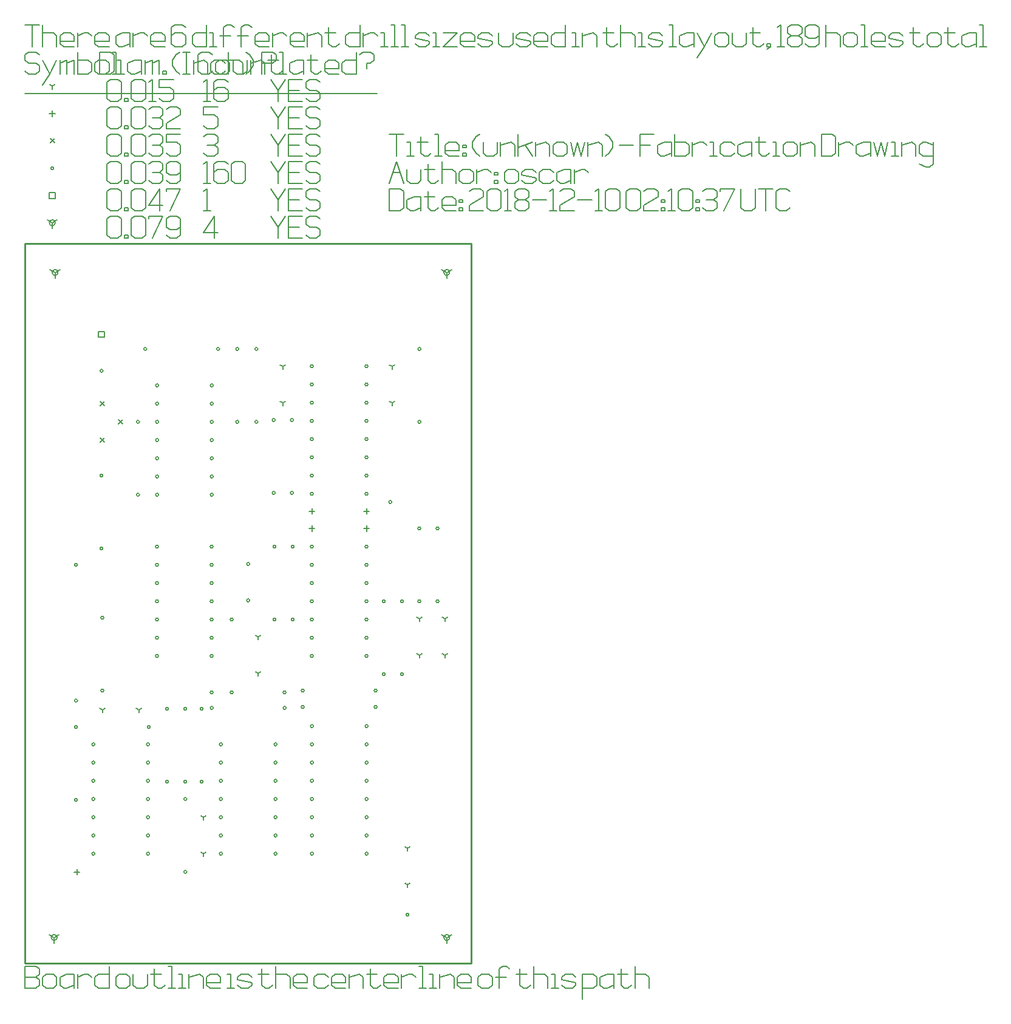
<source format=gbr>
G04 start of page 11 for group -1 layer_idx 268435461 *
G04 Title: (unknown), <virtual group> *
G04 Creator: pcb-rnd 2.1.0 *
G04 CreationDate: 2018-12-10 02:10:37 UTC *
G04 For: oscar *
G04 Format: Gerber/RS-274X *
G04 PCB-Dimensions: 244800 394800 *
G04 PCB-Coordinate-Origin: lower left *
%MOIN*%
%FSLAX25Y25*%
%LNFAB*%
%ADD255C,0.0100*%
%ADD254C,0.0060*%
%ADD253C,0.0080*%
G54D253*X16500Y378800D02*Y375600D01*
Y378800D02*X19273Y380400D01*
X16500Y378800D02*X13727Y380400D01*
X14900Y378800D02*G75*G03X18100Y378800I1600J0D01*G01*
G75*G03X14900Y378800I-1600J0D01*G01*
X231500D02*Y375600D01*
Y378800D02*X234273Y380400D01*
X231500Y378800D02*X228727Y380400D01*
X229900Y378800D02*G75*G03X233100Y378800I1600J0D01*G01*
G75*G03X229900Y378800I-1600J0D01*G01*
X231500Y13800D02*Y10600D01*
Y13800D02*X234273Y15400D01*
X231500Y13800D02*X228727Y15400D01*
X229900Y13800D02*G75*G03X233100Y13800I1600J0D01*G01*
G75*G03X229900Y13800I-1600J0D01*G01*
X16000D02*Y10600D01*
Y13800D02*X18773Y15400D01*
X16000Y13800D02*X13227Y15400D01*
X14400Y13800D02*G75*G03X17600Y13800I1600J0D01*G01*
G75*G03X14400Y13800I-1600J0D01*G01*
X15000Y406050D02*Y402850D01*
Y406050D02*X17773Y407650D01*
X15000Y406050D02*X12227Y407650D01*
X13400Y406050D02*G75*G03X16600Y406050I1600J0D01*G01*
G75*G03X13400Y406050I-1600J0D01*G01*
G54D254*X135000Y409800D02*X138900Y403800D01*
X142800Y409800D01*
X138900Y403800D01*
Y397800D01*
X152400Y409800D02*X144600D01*
Y403800D01*
X150450D01*
X144600D01*
Y397800D01*
X152400D01*
X154200Y399300D02*X156150Y397800D01*
X160050D01*
X162000Y399300D01*
Y402300D01*
X160050Y403800D01*
X156150D01*
X154200Y405300D01*
Y408300D01*
X156150Y409800D01*
X160050D01*
X162000Y408300D01*
X103850Y397800D02*Y409800D01*
X98000Y400800D01*
X105800D01*
X46950Y397800D02*X45000Y399300D01*
Y408300D01*
X46950Y409800D01*
X50850D01*
X52800Y408300D01*
Y399300D01*
X50850Y397800D01*
X46950D01*
X54600D02*Y399300D01*
X56550D01*
Y397800D01*
X54600D01*
X60300D02*X58350Y399300D01*
Y408300D01*
X60300Y409800D01*
X64200D01*
X66150Y408300D01*
Y399300D01*
X64200Y397800D01*
X60300D01*
X67950Y408300D02*Y409800D01*
X75750D01*
X69900Y397800D01*
X77550Y399300D02*X79500Y397800D01*
X83400D01*
X85350Y399300D01*
Y408300D01*
X83400Y409800D01*
X79500D01*
X77550Y408300D01*
Y403800D01*
X79500Y402300D01*
X83400D01*
X85350Y403800D01*
X40400Y346400D02*X43600D01*
X40400D02*Y343200D01*
X43600D01*
Y346400D02*Y343200D01*
X13400Y422650D02*X16600D01*
X13400D02*Y419450D01*
X16600D01*
Y422650D02*Y419450D01*
X135000Y424800D02*X138900Y418800D01*
X142800Y424800D01*
X138900Y418800D01*
Y412800D01*
X152400Y424800D02*X144600D01*
Y418800D01*
X150450D01*
X144600D01*
Y412800D01*
X152400D01*
X154200Y414300D02*X156150Y412800D01*
X160050D01*
X162000Y414300D01*
Y417300D01*
X160050Y418800D01*
X156150D01*
X154200Y420300D01*
Y423300D01*
X156150Y424800D01*
X160050D01*
X162000Y423300D01*
X98000D02*X99950Y424800D01*
Y412800D01*
X98000D01*
X101900D01*
X46950D02*X45000Y414300D01*
Y423300D01*
X46950Y424800D01*
X50850D01*
X52800Y423300D01*
Y414300D01*
X50850Y412800D01*
X46950D01*
X54600D02*Y414300D01*
X56550D01*
Y412800D01*
X54600D01*
X60300D02*X58350Y414300D01*
Y423300D01*
X60300Y424800D01*
X64200D01*
X66150Y423300D01*
Y414300D01*
X64200Y412800D01*
X60300D01*
X73800D02*Y424800D01*
X67950Y415800D01*
X75750D01*
X77550Y423300D02*Y424800D01*
X85350D01*
X79500Y412800D01*
X41700Y149300D02*G75*G03X43300Y149300I800J0D01*G01*
G75*G03X41700Y149300I-800J0D01*G01*
Y189300D02*G75*G03X43300Y189300I800J0D01*G01*
G75*G03X41700Y189300I-800J0D01*G01*
X36700Y119800D02*G75*G03X38300Y119800I800J0D01*G01*
G75*G03X36700Y119800I-800J0D01*G01*
Y109800D02*G75*G03X38300Y109800I800J0D01*G01*
G75*G03X36700Y109800I-800J0D01*G01*
Y99800D02*G75*G03X38300Y99800I800J0D01*G01*
G75*G03X36700Y99800I-800J0D01*G01*
Y89800D02*G75*G03X38300Y89800I800J0D01*G01*
G75*G03X36700Y89800I-800J0D01*G01*
X27200Y129300D02*G75*G03X28800Y129300I800J0D01*G01*
G75*G03X27200Y129300I-800J0D01*G01*
X41200Y267300D02*G75*G03X42800Y267300I800J0D01*G01*
G75*G03X41200Y267300I-800J0D01*G01*
Y227300D02*G75*G03X42800Y227300I800J0D01*G01*
G75*G03X41200Y227300I-800J0D01*G01*
X66700Y119800D02*G75*G03X68300Y119800I800J0D01*G01*
G75*G03X66700Y119800I-800J0D01*G01*
Y109800D02*G75*G03X68300Y109800I800J0D01*G01*
G75*G03X66700Y109800I-800J0D01*G01*
Y99800D02*G75*G03X68300Y99800I800J0D01*G01*
G75*G03X66700Y99800I-800J0D01*G01*
X67200Y129300D02*G75*G03X68800Y129300I800J0D01*G01*
G75*G03X67200Y129300I-800J0D01*G01*
X106700Y119800D02*G75*G03X108300Y119800I800J0D01*G01*
G75*G03X106700Y119800I-800J0D01*G01*
X136700D02*G75*G03X138300Y119800I800J0D01*G01*
G75*G03X136700Y119800I-800J0D01*G01*
X106700Y109800D02*G75*G03X108300Y109800I800J0D01*G01*
G75*G03X106700Y109800I-800J0D01*G01*
X136700D02*G75*G03X138300Y109800I800J0D01*G01*
G75*G03X136700Y109800I-800J0D01*G01*
X106700Y99800D02*G75*G03X108300Y99800I800J0D01*G01*
G75*G03X106700Y99800I-800J0D01*G01*
X101700Y139800D02*G75*G03X103300Y139800I800J0D01*G01*
G75*G03X101700Y139800I-800J0D01*G01*
Y148300D02*G75*G03X103300Y148300I800J0D01*G01*
G75*G03X101700Y148300I-800J0D01*G01*
X87200Y139300D02*G75*G03X88800Y139300I800J0D01*G01*
G75*G03X87200Y139300I-800J0D01*G01*
X77200D02*G75*G03X78800Y139300I800J0D01*G01*
G75*G03X77200Y139300I-800J0D01*G01*
X96200D02*G75*G03X97800Y139300I800J0D01*G01*
G75*G03X96200Y139300I-800J0D01*G01*
X115700Y336800D02*G75*G03X117300Y336800I800J0D01*G01*
G75*G03X115700Y336800I-800J0D01*G01*
X126200D02*G75*G03X127800Y336800I800J0D01*G01*
G75*G03X126200Y336800I-800J0D01*G01*
X115700Y296800D02*G75*G03X117300Y296800I800J0D01*G01*
G75*G03X115700Y296800I-800J0D01*G01*
X126200D02*G75*G03X127800Y296800I800J0D01*G01*
G75*G03X126200Y296800I-800J0D01*G01*
X135700Y297800D02*G75*G03X137300Y297800I800J0D01*G01*
G75*G03X135700Y297800I-800J0D01*G01*
X145700D02*G75*G03X147300Y297800I800J0D01*G01*
G75*G03X145700Y297800I-800J0D01*G01*
X136700Y99800D02*G75*G03X138300Y99800I800J0D01*G01*
G75*G03X136700Y99800I-800J0D01*G01*
X141700Y139800D02*G75*G03X143300Y139800I800J0D01*G01*
G75*G03X141700Y139800I-800J0D01*G01*
Y148300D02*G75*G03X143300Y148300I800J0D01*G01*
G75*G03X141700Y148300I-800J0D01*G01*
X136200Y188300D02*G75*G03X137800Y188300I800J0D01*G01*
G75*G03X136200Y188300I-800J0D01*G01*
X112700Y148300D02*G75*G03X114300Y148300I800J0D01*G01*
G75*G03X112700Y148300I-800J0D01*G01*
X136200Y228300D02*G75*G03X137800Y228300I800J0D01*G01*
G75*G03X136200Y228300I-800J0D01*G01*
X135700Y257800D02*G75*G03X137300Y257800I800J0D01*G01*
G75*G03X135700Y257800I-800J0D01*G01*
X145700D02*G75*G03X147300Y257800I800J0D01*G01*
G75*G03X145700Y257800I-800J0D01*G01*
X146200Y188300D02*G75*G03X147800Y188300I800J0D01*G01*
G75*G03X146200Y188300I-800J0D01*G01*
X112700D02*G75*G03X114300Y188300I800J0D01*G01*
G75*G03X112700Y188300I-800J0D01*G01*
X146200Y228300D02*G75*G03X147800Y228300I800J0D01*G01*
G75*G03X146200Y228300I-800J0D01*G01*
X156700D02*G75*G03X158300Y228300I800J0D01*G01*
G75*G03X156700Y228300I-800J0D01*G01*
Y218300D02*G75*G03X158300Y218300I800J0D01*G01*
G75*G03X156700Y218300I-800J0D01*G01*
Y208300D02*G75*G03X158300Y208300I800J0D01*G01*
G75*G03X156700Y208300I-800J0D01*G01*
Y198300D02*G75*G03X158300Y198300I800J0D01*G01*
G75*G03X156700Y198300I-800J0D01*G01*
Y188300D02*G75*G03X158300Y188300I800J0D01*G01*
G75*G03X156700Y188300I-800J0D01*G01*
Y178300D02*G75*G03X158300Y178300I800J0D01*G01*
G75*G03X156700Y178300I-800J0D01*G01*
Y168300D02*G75*G03X158300Y168300I800J0D01*G01*
G75*G03X156700Y168300I-800J0D01*G01*
Y129800D02*G75*G03X158300Y129800I800J0D01*G01*
G75*G03X156700Y129800I-800J0D01*G01*
Y119800D02*G75*G03X158300Y119800I800J0D01*G01*
G75*G03X156700Y119800I-800J0D01*G01*
Y109800D02*G75*G03X158300Y109800I800J0D01*G01*
G75*G03X156700Y109800I-800J0D01*G01*
Y99800D02*G75*G03X158300Y99800I800J0D01*G01*
G75*G03X156700Y99800I-800J0D01*G01*
X151700Y149300D02*G75*G03X153300Y149300I800J0D01*G01*
G75*G03X151700Y149300I-800J0D01*G01*
Y140300D02*G75*G03X153300Y140300I800J0D01*G01*
G75*G03X151700Y140300I-800J0D01*G01*
X156700Y327300D02*G75*G03X158300Y327300I800J0D01*G01*
G75*G03X156700Y327300I-800J0D01*G01*
Y317300D02*G75*G03X158300Y317300I800J0D01*G01*
G75*G03X156700Y317300I-800J0D01*G01*
Y307300D02*G75*G03X158300Y307300I800J0D01*G01*
G75*G03X156700Y307300I-800J0D01*G01*
Y297300D02*G75*G03X158300Y297300I800J0D01*G01*
G75*G03X156700Y297300I-800J0D01*G01*
Y287300D02*G75*G03X158300Y287300I800J0D01*G01*
G75*G03X156700Y287300I-800J0D01*G01*
Y277300D02*G75*G03X158300Y277300I800J0D01*G01*
G75*G03X156700Y277300I-800J0D01*G01*
Y267300D02*G75*G03X158300Y267300I800J0D01*G01*
G75*G03X156700Y267300I-800J0D01*G01*
Y257300D02*G75*G03X158300Y257300I800J0D01*G01*
G75*G03X156700Y257300I-800J0D01*G01*
X186700Y228300D02*G75*G03X188300Y228300I800J0D01*G01*
G75*G03X186700Y228300I-800J0D01*G01*
Y218300D02*G75*G03X188300Y218300I800J0D01*G01*
G75*G03X186700Y218300I-800J0D01*G01*
Y208300D02*G75*G03X188300Y208300I800J0D01*G01*
G75*G03X186700Y208300I-800J0D01*G01*
X196200Y198300D02*G75*G03X197800Y198300I800J0D01*G01*
G75*G03X196200Y198300I-800J0D01*G01*
Y158300D02*G75*G03X197800Y158300I800J0D01*G01*
G75*G03X196200Y158300I-800J0D01*G01*
X206200Y198300D02*G75*G03X207800Y198300I800J0D01*G01*
G75*G03X206200Y198300I-800J0D01*G01*
Y158300D02*G75*G03X207800Y158300I800J0D01*G01*
G75*G03X206200Y158300I-800J0D01*G01*
X191700Y149300D02*G75*G03X193300Y149300I800J0D01*G01*
G75*G03X191700Y149300I-800J0D01*G01*
Y140300D02*G75*G03X193300Y140300I800J0D01*G01*
G75*G03X191700Y140300I-800J0D01*G01*
X215700Y198300D02*G75*G03X217300Y198300I800J0D01*G01*
G75*G03X215700Y198300I-800J0D01*G01*
Y238300D02*G75*G03X217300Y238300I800J0D01*G01*
G75*G03X215700Y238300I-800J0D01*G01*
X225700Y198300D02*G75*G03X227300Y198300I800J0D01*G01*
G75*G03X225700Y198300I-800J0D01*G01*
Y238300D02*G75*G03X227300Y238300I800J0D01*G01*
G75*G03X225700Y238300I-800J0D01*G01*
X186700Y198300D02*G75*G03X188300Y198300I800J0D01*G01*
G75*G03X186700Y198300I-800J0D01*G01*
Y188300D02*G75*G03X188300Y188300I800J0D01*G01*
G75*G03X186700Y188300I-800J0D01*G01*
Y178300D02*G75*G03X188300Y178300I800J0D01*G01*
G75*G03X186700Y178300I-800J0D01*G01*
Y168300D02*G75*G03X188300Y168300I800J0D01*G01*
G75*G03X186700Y168300I-800J0D01*G01*
Y129800D02*G75*G03X188300Y129800I800J0D01*G01*
G75*G03X186700Y129800I-800J0D01*G01*
Y119800D02*G75*G03X188300Y119800I800J0D01*G01*
G75*G03X186700Y119800I-800J0D01*G01*
Y109800D02*G75*G03X188300Y109800I800J0D01*G01*
G75*G03X186700Y109800I-800J0D01*G01*
Y99800D02*G75*G03X188300Y99800I800J0D01*G01*
G75*G03X186700Y99800I-800J0D01*G01*
Y327300D02*G75*G03X188300Y327300I800J0D01*G01*
G75*G03X186700Y327300I-800J0D01*G01*
X215700Y336800D02*G75*G03X217300Y336800I800J0D01*G01*
G75*G03X215700Y336800I-800J0D01*G01*
X186700Y317300D02*G75*G03X188300Y317300I800J0D01*G01*
G75*G03X186700Y317300I-800J0D01*G01*
Y307300D02*G75*G03X188300Y307300I800J0D01*G01*
G75*G03X186700Y307300I-800J0D01*G01*
X215700Y296800D02*G75*G03X217300Y296800I800J0D01*G01*
G75*G03X215700Y296800I-800J0D01*G01*
X186700Y297300D02*G75*G03X188300Y297300I800J0D01*G01*
G75*G03X186700Y297300I-800J0D01*G01*
Y287300D02*G75*G03X188300Y287300I800J0D01*G01*
G75*G03X186700Y287300I-800J0D01*G01*
Y277300D02*G75*G03X188300Y277300I800J0D01*G01*
G75*G03X186700Y277300I-800J0D01*G01*
Y267300D02*G75*G03X188300Y267300I800J0D01*G01*
G75*G03X186700Y267300I-800J0D01*G01*
Y257300D02*G75*G03X188300Y257300I800J0D01*G01*
G75*G03X186700Y257300I-800J0D01*G01*
X66700Y89800D02*G75*G03X68300Y89800I800J0D01*G01*
G75*G03X66700Y89800I-800J0D01*G01*
X87200D02*G75*G03X88800Y89800I800J0D01*G01*
G75*G03X87200Y89800I-800J0D01*G01*
X106700D02*G75*G03X108300Y89800I800J0D01*G01*
G75*G03X106700Y89800I-800J0D01*G01*
Y79800D02*G75*G03X108300Y79800I800J0D01*G01*
G75*G03X106700Y79800I-800J0D01*G01*
Y69800D02*G75*G03X108300Y69800I800J0D01*G01*
G75*G03X106700Y69800I-800J0D01*G01*
X136700Y89800D02*G75*G03X138300Y89800I800J0D01*G01*
G75*G03X136700Y89800I-800J0D01*G01*
Y79800D02*G75*G03X138300Y79800I800J0D01*G01*
G75*G03X136700Y79800I-800J0D01*G01*
Y69800D02*G75*G03X138300Y69800I800J0D01*G01*
G75*G03X136700Y69800I-800J0D01*G01*
X106700Y59800D02*G75*G03X108300Y59800I800J0D01*G01*
G75*G03X106700Y59800I-800J0D01*G01*
X136700D02*G75*G03X138300Y59800I800J0D01*G01*
G75*G03X136700Y59800I-800J0D01*G01*
X156700Y89800D02*G75*G03X158300Y89800I800J0D01*G01*
G75*G03X156700Y89800I-800J0D01*G01*
Y79800D02*G75*G03X158300Y79800I800J0D01*G01*
G75*G03X156700Y79800I-800J0D01*G01*
Y69800D02*G75*G03X158300Y69800I800J0D01*G01*
G75*G03X156700Y69800I-800J0D01*G01*
Y59800D02*G75*G03X158300Y59800I800J0D01*G01*
G75*G03X156700Y59800I-800J0D01*G01*
X186700Y89800D02*G75*G03X188300Y89800I800J0D01*G01*
G75*G03X186700Y89800I-800J0D01*G01*
Y79800D02*G75*G03X188300Y79800I800J0D01*G01*
G75*G03X186700Y79800I-800J0D01*G01*
Y69800D02*G75*G03X188300Y69800I800J0D01*G01*
G75*G03X186700Y69800I-800J0D01*G01*
Y59800D02*G75*G03X188300Y59800I800J0D01*G01*
G75*G03X186700Y59800I-800J0D01*G01*
X36700Y79800D02*G75*G03X38300Y79800I800J0D01*G01*
G75*G03X36700Y79800I-800J0D01*G01*
X71700Y228300D02*G75*G03X73300Y228300I800J0D01*G01*
G75*G03X71700Y228300I-800J0D01*G01*
X101700D02*G75*G03X103300Y228300I800J0D01*G01*
G75*G03X101700Y228300I-800J0D01*G01*
X71700Y218300D02*G75*G03X73300Y218300I800J0D01*G01*
G75*G03X71700Y218300I-800J0D01*G01*
X101700D02*G75*G03X103300Y218300I800J0D01*G01*
G75*G03X101700Y218300I-800J0D01*G01*
X66700Y79800D02*G75*G03X68300Y79800I800J0D01*G01*
G75*G03X66700Y79800I-800J0D01*G01*
X87200Y99300D02*G75*G03X88800Y99300I800J0D01*G01*
G75*G03X87200Y99300I-800J0D01*G01*
X77200D02*G75*G03X78800Y99300I800J0D01*G01*
G75*G03X77200Y99300I-800J0D01*G01*
X96200D02*G75*G03X97800Y99300I800J0D01*G01*
G75*G03X96200Y99300I-800J0D01*G01*
X66700Y69800D02*G75*G03X68300Y69800I800J0D01*G01*
G75*G03X66700Y69800I-800J0D01*G01*
Y59800D02*G75*G03X68300Y59800I800J0D01*G01*
G75*G03X66700Y59800I-800J0D01*G01*
X87200Y49800D02*G75*G03X88800Y49800I800J0D01*G01*
G75*G03X87200Y49800I-800J0D01*G01*
X71700Y316800D02*G75*G03X73300Y316800I800J0D01*G01*
G75*G03X71700Y316800I-800J0D01*G01*
Y306800D02*G75*G03X73300Y306800I800J0D01*G01*
G75*G03X71700Y306800I-800J0D01*G01*
Y296800D02*G75*G03X73300Y296800I800J0D01*G01*
G75*G03X71700Y296800I-800J0D01*G01*
Y286800D02*G75*G03X73300Y286800I800J0D01*G01*
G75*G03X71700Y286800I-800J0D01*G01*
Y276800D02*G75*G03X73300Y276800I800J0D01*G01*
G75*G03X71700Y276800I-800J0D01*G01*
Y266800D02*G75*G03X73300Y266800I800J0D01*G01*
G75*G03X71700Y266800I-800J0D01*G01*
Y208300D02*G75*G03X73300Y208300I800J0D01*G01*
G75*G03X71700Y208300I-800J0D01*G01*
Y256800D02*G75*G03X73300Y256800I800J0D01*G01*
G75*G03X71700Y256800I-800J0D01*G01*
X65200Y336800D02*G75*G03X66800Y336800I800J0D01*G01*
G75*G03X65200Y336800I-800J0D01*G01*
X61200Y256800D02*G75*G03X62800Y256800I800J0D01*G01*
G75*G03X61200Y256800I-800J0D01*G01*
Y296800D02*G75*G03X62800Y296800I800J0D01*G01*
G75*G03X61200Y296800I-800J0D01*G01*
X101700Y316800D02*G75*G03X103300Y316800I800J0D01*G01*
G75*G03X101700Y316800I-800J0D01*G01*
Y306800D02*G75*G03X103300Y306800I800J0D01*G01*
G75*G03X101700Y306800I-800J0D01*G01*
Y296800D02*G75*G03X103300Y296800I800J0D01*G01*
G75*G03X101700Y296800I-800J0D01*G01*
Y286800D02*G75*G03X103300Y286800I800J0D01*G01*
G75*G03X101700Y286800I-800J0D01*G01*
Y276800D02*G75*G03X103300Y276800I800J0D01*G01*
G75*G03X101700Y276800I-800J0D01*G01*
Y266800D02*G75*G03X103300Y266800I800J0D01*G01*
G75*G03X101700Y266800I-800J0D01*G01*
Y208300D02*G75*G03X103300Y208300I800J0D01*G01*
G75*G03X101700Y208300I-800J0D01*G01*
Y256800D02*G75*G03X103300Y256800I800J0D01*G01*
G75*G03X101700Y256800I-800J0D01*G01*
X105200Y336800D02*G75*G03X106800Y336800I800J0D01*G01*
G75*G03X105200Y336800I-800J0D01*G01*
X71700Y198300D02*G75*G03X73300Y198300I800J0D01*G01*
G75*G03X71700Y198300I-800J0D01*G01*
Y188300D02*G75*G03X73300Y188300I800J0D01*G01*
G75*G03X71700Y188300I-800J0D01*G01*
Y178300D02*G75*G03X73300Y178300I800J0D01*G01*
G75*G03X71700Y178300I-800J0D01*G01*
Y168300D02*G75*G03X73300Y168300I800J0D01*G01*
G75*G03X71700Y168300I-800J0D01*G01*
X101700Y198300D02*G75*G03X103300Y198300I800J0D01*G01*
G75*G03X101700Y198300I-800J0D01*G01*
Y188300D02*G75*G03X103300Y188300I800J0D01*G01*
G75*G03X101700Y188300I-800J0D01*G01*
Y178300D02*G75*G03X103300Y178300I800J0D01*G01*
G75*G03X101700Y178300I-800J0D01*G01*
Y168300D02*G75*G03X103300Y168300I800J0D01*G01*
G75*G03X101700Y168300I-800J0D01*G01*
X36700Y69800D02*G75*G03X38300Y69800I800J0D01*G01*
G75*G03X36700Y69800I-800J0D01*G01*
Y59800D02*G75*G03X38300Y59800I800J0D01*G01*
G75*G03X36700Y59800I-800J0D01*G01*
X27200Y143800D02*G75*G03X28800Y143800I800J0D01*G01*
G75*G03X27200Y143800I-800J0D01*G01*
Y89300D02*G75*G03X28800Y89300I800J0D01*G01*
G75*G03X27200Y89300I-800J0D01*G01*
Y218300D02*G75*G03X28800Y218300I800J0D01*G01*
G75*G03X27200Y218300I-800J0D01*G01*
X41200Y324800D02*G75*G03X42800Y324800I800J0D01*G01*
G75*G03X41200Y324800I-800J0D01*G01*
X121700Y198800D02*G75*G03X123300Y198800I800J0D01*G01*
G75*G03X121700Y198800I-800J0D01*G01*
Y218800D02*G75*G03X123300Y218800I800J0D01*G01*
G75*G03X121700Y218800I-800J0D01*G01*
X199700Y252800D02*G75*G03X201300Y252800I800J0D01*G01*
G75*G03X199700Y252800I-800J0D01*G01*
X209200Y26300D02*G75*G03X210800Y26300I800J0D01*G01*
G75*G03X209200Y26300I-800J0D01*G01*
X14200Y436050D02*G75*G03X15800Y436050I800J0D01*G01*
G75*G03X14200Y436050I-800J0D01*G01*
X135000Y439800D02*X138900Y433800D01*
X142800Y439800D01*
X138900Y433800D01*
Y427800D01*
X152400Y439800D02*X144600D01*
Y433800D01*
X150450D01*
X144600D01*
Y427800D01*
X152400D01*
X154200Y429300D02*X156150Y427800D01*
X160050D01*
X162000Y429300D01*
Y432300D01*
X160050Y433800D01*
X156150D01*
X154200Y435300D01*
Y438300D01*
X156150Y439800D01*
X160050D01*
X162000Y438300D01*
X98000D02*X99950Y439800D01*
Y427800D01*
X98000D01*
X101900D01*
X103700Y433800D02*X105650Y435300D01*
X109550D01*
X111500Y433800D01*
Y429300D01*
X109550Y427800D01*
X105650D01*
X103700Y429300D01*
Y438300D01*
X105650Y439800D01*
X109550D01*
X111500Y438300D01*
X115250Y427800D02*X113300Y429300D01*
Y438300D01*
X115250Y439800D01*
X119150D01*
X121100Y438300D01*
Y429300D01*
X119150Y427800D01*
X115250D01*
X46950D02*X45000Y429300D01*
Y438300D01*
X46950Y439800D01*
X50850D01*
X52800Y438300D01*
Y429300D01*
X50850Y427800D01*
X46950D01*
X54600D02*Y429300D01*
X56550D01*
Y427800D01*
X54600D01*
X60300D02*X58350Y429300D01*
Y438300D01*
X60300Y439800D01*
X64200D01*
X66150Y438300D01*
Y429300D01*
X64200Y427800D01*
X60300D01*
X67950Y438300D02*X69900Y439800D01*
X73800D01*
X75750Y438300D01*
Y435300D01*
X73800Y433800D01*
X69900D01*
X73800D01*
X75750Y432300D01*
Y429300D01*
X73800Y427800D01*
X69900D01*
X67950Y429300D01*
X77550D02*X79500Y427800D01*
X83400D01*
X85350Y429300D01*
Y438300D01*
X83400Y439800D01*
X79500D01*
X77550Y438300D01*
Y433800D01*
X79500Y432300D01*
X83400D01*
X85350Y433800D01*
X41300Y288000D02*X43700Y285600D01*
X41300D02*X43700Y288000D01*
X51300Y298000D02*X53700Y295600D01*
X51300D02*X53700Y298000D01*
X41300Y308000D02*X43700Y305600D01*
X41300D02*X43700Y308000D01*
X13800Y452250D02*X16200Y449850D01*
X13800D02*X16200Y452250D01*
X135000Y454800D02*X138900Y448800D01*
X142800Y454800D01*
X138900Y448800D01*
Y442800D01*
X152400Y454800D02*X144600D01*
Y448800D01*
X150450D01*
X144600D01*
Y442800D01*
X152400D01*
X154200Y444300D02*X156150Y442800D01*
X160050D01*
X162000Y444300D01*
Y447300D01*
X160050Y448800D01*
X156150D01*
X154200Y450300D01*
Y453300D01*
X156150Y454800D01*
X160050D01*
X162000Y453300D01*
X98000D02*X99950Y454800D01*
X103850D01*
X105800Y453300D01*
Y450300D01*
X103850Y448800D01*
X99950D01*
X103850D01*
X105800Y447300D01*
Y444300D01*
X103850Y442800D01*
X99950D01*
X98000Y444300D01*
X46950Y442800D02*X45000Y444300D01*
Y453300D01*
X46950Y454800D01*
X50850D01*
X52800Y453300D01*
Y444300D01*
X50850Y442800D01*
X46950D01*
X54600D02*Y444300D01*
X56550D01*
Y442800D01*
X54600D01*
X60300D02*X58350Y444300D01*
Y453300D01*
X60300Y454800D01*
X64200D01*
X66150Y453300D01*
Y444300D01*
X64200Y442800D01*
X60300D01*
X67950Y453300D02*X69900Y454800D01*
X73800D01*
X75750Y453300D01*
Y450300D01*
X73800Y448800D01*
X69900D01*
X73800D01*
X75750Y447300D01*
Y444300D01*
X73800Y442800D01*
X69900D01*
X67950Y444300D01*
X77550D02*X79500Y442800D01*
X83400D01*
X85350Y444300D01*
Y448800D01*
X83400Y450300D01*
X77550D01*
Y454800D01*
X85350D01*
X157500Y239900D02*Y236700D01*
X155900Y238300D02*X159100D01*
X157500Y249400D02*Y246200D01*
X155900Y247800D02*X159100D01*
X187500Y249400D02*Y246200D01*
X185900Y247800D02*X189100D01*
X187500Y239900D02*Y236700D01*
X185900Y238300D02*X189100D01*
X28500Y51400D02*Y48200D01*
X26900Y49800D02*X30100D01*
X15000Y467650D02*Y464450D01*
X13400Y466050D02*X16600D01*
X135000Y469800D02*X138900Y463800D01*
X142800Y469800D01*
X138900Y463800D01*
Y457800D01*
X152400Y469800D02*X144600D01*
Y463800D01*
X150450D01*
X144600D01*
Y457800D01*
X152400D01*
X154200Y459300D02*X156150Y457800D01*
X160050D01*
X162000Y459300D01*
Y462300D01*
X160050Y463800D01*
X156150D01*
X154200Y465300D01*
Y468300D01*
X156150Y469800D01*
X160050D01*
X162000Y468300D01*
X98000Y459300D02*X99950Y457800D01*
X103850D01*
X105800Y459300D01*
Y463800D01*
X103850Y465300D01*
X98000D01*
Y469800D01*
X105800D01*
X46950Y457800D02*X45000Y459300D01*
Y468300D01*
X46950Y469800D01*
X50850D01*
X52800Y468300D01*
Y459300D01*
X50850Y457800D01*
X46950D01*
X54600D02*Y459300D01*
X56550D01*
Y457800D01*
X54600D01*
X60300D02*X58350Y459300D01*
Y468300D01*
X60300Y469800D01*
X64200D01*
X66150Y468300D01*
Y459300D01*
X64200Y457800D01*
X60300D01*
X67950Y468300D02*X69900Y469800D01*
X73800D01*
X75750Y468300D01*
Y465300D01*
X73800Y463800D01*
X69900D01*
X73800D01*
X75750Y462300D01*
Y459300D01*
X73800Y457800D01*
X69900D01*
X67950Y459300D01*
X77550Y468300D02*X79500Y469800D01*
X83400D01*
X85350Y468300D01*
Y465300D01*
X77550Y460800D01*
Y457800D01*
X85350D01*
X42500Y138800D02*Y137200D01*
Y138800D02*X43887Y139600D01*
X42500Y138800D02*X41113Y139600D01*
X141500Y307300D02*Y305700D01*
Y307300D02*X142887Y308100D01*
X141500Y307300D02*X140113Y308100D01*
X141500Y327300D02*Y325700D01*
Y327300D02*X142887Y328100D01*
X141500Y327300D02*X140113Y328100D01*
X128000Y178800D02*Y177200D01*
Y178800D02*X129387Y179600D01*
X128000Y178800D02*X126613Y179600D01*
X128000Y158800D02*Y157200D01*
Y158800D02*X129387Y159600D01*
X128000Y158800D02*X126613Y159600D01*
X230500Y168800D02*Y167200D01*
Y168800D02*X231887Y169600D01*
X230500Y168800D02*X229113Y169600D01*
X230500Y188800D02*Y187200D01*
Y188800D02*X231887Y189600D01*
X230500Y188800D02*X229113Y189600D01*
X216500Y168800D02*Y167200D01*
Y168800D02*X217887Y169600D01*
X216500Y168800D02*X215113Y169600D01*
X216500Y188800D02*Y187200D01*
Y188800D02*X217887Y189600D01*
X216500Y188800D02*X215113Y189600D01*
X201500Y327300D02*Y325700D01*
Y327300D02*X202887Y328100D01*
X201500Y327300D02*X200113Y328100D01*
X201500Y307300D02*Y305700D01*
Y307300D02*X202887Y308100D01*
X201500Y307300D02*X200113Y308100D01*
X98000Y79800D02*Y78200D01*
Y79800D02*X99387Y80600D01*
X98000Y79800D02*X96613Y80600D01*
X98000Y59800D02*Y58200D01*
Y59800D02*X99387Y60600D01*
X98000Y59800D02*X96613Y60600D01*
X210000Y42800D02*Y41200D01*
Y42800D02*X211387Y43600D01*
X210000Y42800D02*X208613Y43600D01*
X210000Y62800D02*Y61200D01*
Y62800D02*X211387Y63600D01*
X210000Y62800D02*X208613Y63600D01*
X62500Y138800D02*Y137200D01*
Y138800D02*X63887Y139600D01*
X62500Y138800D02*X61113Y139600D01*
X15000Y481050D02*Y479450D01*
Y481050D02*X16387Y481850D01*
X15000Y481050D02*X13613Y481850D01*
X135000Y484800D02*X138900Y478800D01*
X142800Y484800D01*
X138900Y478800D01*
Y472800D01*
X152400Y484800D02*X144600D01*
Y478800D01*
X150450D01*
X144600D01*
Y472800D01*
X152400D01*
X154200Y474300D02*X156150Y472800D01*
X160050D01*
X162000Y474300D01*
Y477300D01*
X160050Y478800D01*
X156150D01*
X154200Y480300D01*
Y483300D01*
X156150Y484800D01*
X160050D01*
X162000Y483300D01*
X98000D02*X99950Y484800D01*
Y472800D01*
X98000D01*
X101900D01*
X103700Y478800D02*X105650Y480300D01*
X109550D01*
X111500Y478800D01*
Y474300D01*
X109550Y472800D01*
X105650D01*
X103700Y474300D01*
Y483300D01*
X105650Y484800D01*
X109550D01*
X111500Y483300D01*
X46950Y472800D02*X45000Y474300D01*
Y483300D01*
X46950Y484800D01*
X50850D01*
X52800Y483300D01*
Y474300D01*
X50850Y472800D01*
X46950D01*
X54600D02*Y474300D01*
X56550D01*
Y472800D01*
X54600D01*
X60300D02*X58350Y474300D01*
Y483300D01*
X60300Y484800D01*
X64200D01*
X66150Y483300D01*
Y474300D01*
X64200Y472800D01*
X60300D01*
X67950Y483300D02*X69900Y484800D01*
Y472800D01*
X67950D01*
X71850D01*
X73650Y474300D02*X75600Y472800D01*
X79500D01*
X81450Y474300D01*
Y478800D01*
X79500Y480300D01*
X73650D01*
Y484800D01*
X81450D01*
X0Y489300D02*X1950Y487800D01*
X5850D01*
X7800Y489300D01*
Y492300D01*
X5850Y493800D01*
X1950D01*
X0Y495300D01*
Y498300D01*
X1950Y499800D01*
X5850D01*
X7800Y498300D01*
X9600Y481800D02*X13500Y487800D01*
X9600Y495300D01*
X13500Y487800D01*
X17400Y495300D01*
X19200Y487800D02*Y495300D01*
Y493800D01*
X23100Y495300D01*
Y487800D01*
Y493800D01*
X27000Y495300D01*
Y487800D01*
X28800Y499800D02*Y487800D01*
X34650D01*
X36600Y489300D01*
Y493800D01*
X34650Y495300D01*
X28800D01*
X40350Y487800D02*X38400Y489300D01*
Y493800D01*
X40350Y495300D01*
X44250D01*
X46200Y493800D01*
Y489300D01*
X44250Y487800D01*
X40350D01*
X48000Y499800D02*X49950D01*
Y487800D01*
X48000D01*
X51900D01*
X0Y477050D02*X53700D01*
X41000Y487800D02*Y499800D01*
X46850D01*
X48800Y498300D01*
Y489300D01*
X46850Y487800D01*
X41000D01*
X52550Y498300D03*
X50600Y495300D02*X52550D01*
Y487800D01*
X50600D01*
X54500D01*
X64100Y489300D02*X60200Y487800D01*
X58250D01*
X56300Y489300D01*
Y493800D01*
X60200Y495300D01*
X64100D01*
Y487800D01*
X65900D02*Y495300D01*
Y493800D01*
X69800Y495300D01*
Y487800D01*
Y493800D01*
X73700Y495300D01*
Y487800D01*
X75500D02*Y489300D01*
X77450D01*
Y487800D01*
X75500D01*
X84950Y499800D02*X83000Y498300D01*
X81050Y495300D01*
Y492300D01*
X83000Y489300D01*
X84950Y487800D01*
X86750D02*X90650D01*
X88700D01*
Y499800D01*
X86750D01*
X90650D01*
X92450Y487800D02*Y495300D01*
Y493800D01*
X98300Y495300D01*
X100250Y493800D01*
Y487800D01*
X109850Y493800D02*X107900Y495300D01*
X104000D01*
X102050Y493800D01*
Y489300D01*
X104000Y487800D01*
X107900D01*
X109850Y489300D01*
X111650Y487800D02*Y499800D01*
Y495300D01*
X117500D01*
X119450Y493800D01*
Y487800D01*
X121250Y499800D02*X123200Y498300D01*
X125150Y495300D01*
Y492300D01*
X123200Y489300D01*
X121250Y487800D01*
X41000Y477050D02*X126950D01*
X102800Y498300D02*X100850Y499800D01*
X96950D01*
X95000Y498300D01*
Y489300D01*
X96950Y487800D01*
X100850D01*
X102800Y489300D01*
X106550Y487800D02*X104600Y489300D01*
Y493800D01*
X106550Y495300D01*
X110450D01*
X112400Y493800D01*
Y489300D01*
X110450Y487800D01*
X106550D01*
X114200Y495300D02*Y489300D01*
X116150Y487800D01*
X120050D01*
X122000Y489300D01*
Y495300D01*
X123800Y487800D02*Y495300D01*
Y493800D01*
X129650Y495300D01*
X131600Y493800D01*
Y487800D01*
X133400Y495300D02*X139250D01*
X135350D01*
Y498300D01*
Y489300D01*
X137300Y487800D01*
X139250D01*
X141200Y489300D01*
X95000Y477050D02*X143000D01*
X130000Y487800D02*Y499800D01*
X135850D01*
X137800Y498300D01*
Y495300D01*
X135850Y493800D01*
X130000D01*
X139600Y499800D02*X141550D01*
Y487800D01*
X139600D01*
X143500D01*
X153100Y489300D02*X149200Y487800D01*
X147250D01*
X145300Y489300D01*
Y493800D01*
X149200Y495300D01*
X153100D01*
Y487800D01*
X154900Y495300D02*X160750D01*
X156850D01*
Y498300D01*
Y489300D01*
X158800Y487800D01*
X160750D01*
X162700Y489300D01*
X164500Y490800D02*X172300D01*
Y493800D01*
X170350Y495300D01*
X166450D01*
X164500Y493800D01*
Y489300D01*
X166450Y487800D01*
X172300D01*
X181900Y499800D02*Y487800D01*
X176050D01*
X174100Y489300D01*
Y493800D01*
X176050Y495300D01*
X181900D01*
X183700Y498300D02*X185650Y499800D01*
X189550D01*
X191500Y498300D01*
Y495300D01*
X189550Y493800D01*
X187600D01*
Y490800D01*
Y487800D03*
X130000Y477050D02*X193300D01*
X0Y514800D02*X7800D01*
X3900D01*
Y502800D01*
X9600D02*Y514800D01*
Y510300D01*
X15450D01*
X17400Y508800D01*
Y502800D01*
X19200Y505800D02*X27000D01*
Y508800D01*
X25050Y510300D01*
X21150D01*
X19200Y508800D01*
Y504300D01*
X21150Y502800D01*
X27000D01*
X28800D02*Y510300D01*
Y508800D01*
X32700Y510300D01*
X34650D01*
X36600Y508800D01*
X38400Y505800D02*X46200D01*
Y508800D01*
X44250Y510300D01*
X40350D01*
X38400Y508800D01*
Y504300D01*
X40350Y502800D01*
X46200D01*
X57600Y504300D02*X53700Y502800D01*
X51750D01*
X49800Y504300D01*
Y508800D01*
X53700Y510300D01*
X57600D01*
Y502800D01*
X59400D02*Y510300D01*
Y508800D01*
X63300Y510300D01*
X65250D01*
X67200Y508800D01*
X69000Y505800D02*X76800D01*
Y508800D01*
X74850Y510300D01*
X70950D01*
X69000Y508800D01*
Y504300D01*
X70950Y502800D01*
X76800D01*
X80400Y508800D02*X82350Y510300D01*
X86250D01*
X88200Y508800D01*
Y504300D01*
X86250Y502800D01*
X82350D01*
X80400Y504300D01*
Y513300D01*
X82350Y514800D01*
X86250D01*
X88200Y513300D01*
X99600Y514800D02*Y502800D01*
X93750D01*
X91800Y504300D01*
Y508800D01*
X93750Y510300D01*
X99600D01*
X103350Y513300D03*
X101400Y510300D02*X103350D01*
Y502800D01*
X101400D01*
X105300D01*
X109050D02*Y508800D01*
X107100D01*
X112950D01*
X109050D01*
Y513300D01*
X111000Y514800D01*
X112950D01*
X114900Y513300D01*
X118650Y502800D02*Y508800D01*
X116700D01*
X122550D01*
X118650D01*
Y513300D01*
X120600Y514800D01*
X122550D01*
X124500Y513300D01*
X126300Y505800D02*X134100D01*
Y508800D01*
X132150Y510300D01*
X128250D01*
X126300Y508800D01*
Y504300D01*
X128250Y502800D01*
X134100D01*
X135900D02*Y510300D01*
Y508800D01*
X139800Y510300D01*
X141750D01*
X143700Y508800D01*
X145500Y505800D02*X153300D01*
Y508800D01*
X151350Y510300D01*
X147450D01*
X145500Y508800D01*
Y504300D01*
X147450Y502800D01*
X153300D01*
X155100D02*Y510300D01*
Y508800D01*
X160950Y510300D01*
X162900Y508800D01*
Y502800D01*
X164700Y510300D02*X170550D01*
X166650D01*
Y513300D01*
Y504300D01*
X168600Y502800D01*
X170550D01*
X172500Y504300D01*
X183900Y514800D02*Y502800D01*
X178050D01*
X176100Y504300D01*
Y508800D01*
X178050Y510300D01*
X183900D01*
X185700Y502800D02*Y510300D01*
Y508800D01*
X189600Y510300D01*
X191550D01*
X193500Y508800D01*
X197250Y513300D03*
X195300Y510300D02*X197250D01*
Y502800D01*
X195300D01*
X199200D01*
X201000Y514800D02*X202950D01*
Y502800D01*
X201000D01*
X204900D01*
X206700Y514800D02*X208650D01*
Y502800D01*
X206700D01*
X210600D01*
X214200Y504300D02*X216150Y502800D01*
X220050D01*
X222000Y504300D01*
Y505800D01*
X214200Y507300D01*
Y508800D01*
X216150Y510300D01*
X220050D01*
X222000Y508800D01*
X225750Y513300D03*
X223800Y510300D02*X225750D01*
Y502800D01*
X223800D01*
X227700D01*
X229500Y510300D02*X237300D01*
X229500Y502800D01*
X237300D01*
X239100Y505800D02*X246900D01*
Y508800D01*
X244950Y510300D01*
X241050D01*
X239100Y508800D01*
Y504300D01*
X241050Y502800D01*
X246900D01*
X248700Y504300D02*X250650Y502800D01*
X254550D01*
X256500Y504300D01*
Y505800D01*
X248700Y507300D01*
Y508800D01*
X250650Y510300D01*
X254550D01*
X256500Y508800D01*
X260100Y510300D02*Y504300D01*
X262050Y502800D01*
X265950D01*
X267900Y504300D01*
Y510300D01*
X269700Y504300D02*X271650Y502800D01*
X275550D01*
X277500Y504300D01*
Y505800D01*
X269700Y507300D01*
Y508800D01*
X271650Y510300D01*
X275550D01*
X277500Y508800D01*
X279300Y505800D02*X287100D01*
Y508800D01*
X285150Y510300D01*
X281250D01*
X279300Y508800D01*
Y504300D01*
X281250Y502800D01*
X287100D01*
X296700Y514800D02*Y502800D01*
X290850D01*
X288900Y504300D01*
Y508800D01*
X290850Y510300D01*
X296700D01*
X302250Y513300D03*
X300300Y510300D02*X302250D01*
Y502800D01*
X300300D01*
X304200D01*
X306000D02*Y510300D01*
Y508800D01*
X311850Y510300D01*
X313800Y508800D01*
Y502800D01*
X317400Y510300D02*X323250D01*
X319350D01*
Y513300D01*
Y504300D01*
X321300Y502800D01*
X323250D01*
X325200Y504300D01*
X327000Y502800D02*Y514800D01*
Y510300D01*
X332850D01*
X334800Y508800D01*
Y502800D01*
X338550Y513300D03*
X336600Y510300D02*X338550D01*
Y502800D01*
X336600D01*
X340500D01*
X342300Y504300D02*X344250Y502800D01*
X348150D01*
X350100Y504300D01*
Y505800D01*
X342300Y507300D01*
Y508800D01*
X344250Y510300D01*
X348150D01*
X350100Y508800D01*
X353700Y514800D02*X355650D01*
Y502800D01*
X353700D01*
X357600D01*
X367200Y504300D02*X363300Y502800D01*
X361350D01*
X359400Y504300D01*
Y508800D01*
X363300Y510300D01*
X367200D01*
Y502800D01*
X369000Y496800D02*X372900Y502800D01*
X369000Y510300D01*
X372900Y502800D01*
X376800Y510300D01*
X380550Y502800D02*X378600Y504300D01*
Y508800D01*
X380550Y510300D01*
X384450D01*
X386400Y508800D01*
Y504300D01*
X384450Y502800D01*
X380550D01*
X388200Y510300D02*Y504300D01*
X390150Y502800D01*
X394050D01*
X396000Y504300D01*
Y510300D01*
X397800D02*X403650D01*
X399750D01*
Y513300D01*
Y504300D01*
X401700Y502800D01*
X403650D01*
X405600Y504300D01*
X409350Y502800D02*X407400D01*
Y504300D01*
X409350D01*
Y502800D01*
X407400Y501300D01*
X412950Y513300D02*X414900Y514800D01*
Y502800D01*
X412950D01*
X416850D01*
X420600Y508800D02*X418650Y510300D01*
Y513300D01*
X420600Y514800D01*
X424500D01*
X426450Y513300D01*
Y510300D01*
X424500Y508800D01*
X420600D01*
X418650Y507300D01*
Y504300D01*
X420600Y502800D01*
X424500D01*
X426450Y504300D01*
Y507300D01*
X424500Y508800D01*
X428250Y504300D02*X430200Y502800D01*
X434100D01*
X436050Y504300D01*
Y513300D01*
X434100Y514800D01*
X430200D01*
X428250Y513300D01*
Y508800D01*
X430200Y507300D01*
X434100D01*
X436050Y508800D01*
X439650Y502800D02*Y514800D01*
Y510300D01*
X445500D01*
X447450Y508800D01*
Y502800D01*
X451200D02*X449250Y504300D01*
Y508800D01*
X451200Y510300D01*
X455100D01*
X457050Y508800D01*
Y504300D01*
X455100Y502800D01*
X451200D01*
X458850Y514800D02*X460800D01*
Y502800D01*
X458850D01*
X462750D01*
X464550Y505800D02*X472350D01*
Y508800D01*
X470400Y510300D01*
X466500D01*
X464550Y508800D01*
Y504300D01*
X466500Y502800D01*
X472350D01*
X474150Y504300D02*X476100Y502800D01*
X480000D01*
X481950Y504300D01*
Y505800D01*
X474150Y507300D01*
Y508800D01*
X476100Y510300D01*
X480000D01*
X481950Y508800D01*
X485550Y510300D02*X491400D01*
X487500D01*
Y513300D01*
Y504300D01*
X489450Y502800D01*
X491400D01*
X493350Y504300D01*
X497100Y502800D02*X495150Y504300D01*
Y508800D01*
X497100Y510300D01*
X501000D01*
X502950Y508800D01*
Y504300D01*
X501000Y502800D01*
X497100D01*
X504750Y510300D02*X510600D01*
X506700D01*
Y513300D01*
Y504300D01*
X508650Y502800D01*
X510600D01*
X512550Y504300D01*
X522150D02*X518250Y502800D01*
X516300D01*
X514350Y504300D01*
Y508800D01*
X518250Y510300D01*
X522150D01*
Y502800D01*
X523950Y514800D02*X525900D01*
Y502800D01*
X523950D01*
X527850D01*
G54D255*X0Y394800D02*X245000D01*
Y-200D01*
X0D01*
Y394800D01*
G54D254*Y-14000D02*Y-2000D01*
X5850D01*
X7800Y-3500D01*
Y-6500D01*
X5850Y-8000D01*
X0D01*
X5850D01*
X7800Y-9500D01*
Y-12500D01*
X5850Y-14000D01*
X0D01*
X11550D02*X9600Y-12500D01*
Y-8000D01*
X11550Y-6500D01*
X15450D01*
X17400Y-8000D01*
Y-12500D01*
X15450Y-14000D01*
X11550D01*
X27000Y-12500D02*X23100Y-14000D01*
X21150D01*
X19200Y-12500D01*
Y-8000D01*
X23100Y-6500D01*
X27000D01*
Y-14000D01*
X28800D02*Y-6500D01*
Y-8000D01*
X32700Y-6500D01*
X34650D01*
X36600Y-8000D01*
X46200Y-2000D02*Y-14000D01*
X40350D01*
X38400Y-12500D01*
Y-8000D01*
X40350Y-6500D01*
X46200D01*
X51750Y-14000D02*X49800Y-12500D01*
Y-8000D01*
X51750Y-6500D01*
X55650D01*
X57600Y-8000D01*
Y-12500D01*
X55650Y-14000D01*
X51750D01*
X59400Y-6500D02*Y-12500D01*
X61350Y-14000D01*
X65250D01*
X67200Y-12500D01*
Y-6500D01*
X69000D02*X74850D01*
X70950D01*
Y-3500D01*
Y-12500D01*
X72900Y-14000D01*
X74850D01*
X76800Y-12500D01*
X78600Y-2000D02*X80550D01*
Y-14000D01*
X78600D01*
X82500D01*
X86250Y-3500D03*
X84300Y-6500D02*X86250D01*
Y-14000D01*
X84300D01*
X88200D01*
X90000D02*Y-6500D01*
Y-8000D01*
X95850Y-6500D01*
X97800Y-8000D01*
Y-14000D01*
X99600Y-11000D02*X107400D01*
Y-8000D01*
X105450Y-6500D01*
X101550D01*
X99600Y-8000D01*
Y-12500D01*
X101550Y-14000D01*
X107400D01*
X112950Y-3500D03*
X111000Y-6500D02*X112950D01*
Y-14000D01*
X111000D01*
X114900D01*
X116700Y-12500D02*X118650Y-14000D01*
X122550D01*
X124500Y-12500D01*
Y-11000D01*
X116700Y-9500D01*
Y-8000D01*
X118650Y-6500D01*
X122550D01*
X124500Y-8000D01*
X128100Y-6500D02*X133950D01*
X130050D01*
Y-3500D01*
Y-12500D01*
X132000Y-14000D01*
X133950D01*
X135900Y-12500D01*
X137700Y-14000D02*Y-2000D01*
Y-6500D01*
X143550D01*
X145500Y-8000D01*
Y-14000D01*
X147300Y-11000D02*X155100D01*
Y-8000D01*
X153150Y-6500D01*
X149250D01*
X147300Y-8000D01*
Y-12500D01*
X149250Y-14000D01*
X155100D01*
X166500Y-8000D02*X164550Y-6500D01*
X160650D01*
X158700Y-8000D01*
Y-12500D01*
X160650Y-14000D01*
X164550D01*
X166500Y-12500D01*
X168300Y-11000D02*X176100D01*
Y-8000D01*
X174150Y-6500D01*
X170250D01*
X168300Y-8000D01*
Y-12500D01*
X170250Y-14000D01*
X176100D01*
X177900D02*Y-6500D01*
Y-8000D01*
X183750Y-6500D01*
X185700Y-8000D01*
Y-14000D01*
X187500Y-6500D02*X193350D01*
X189450D01*
Y-3500D01*
Y-12500D01*
X191400Y-14000D01*
X193350D01*
X195300Y-12500D01*
X197100Y-11000D02*X204900D01*
Y-8000D01*
X202950Y-6500D01*
X199050D01*
X197100Y-8000D01*
Y-12500D01*
X199050Y-14000D01*
X204900D01*
X206700D02*Y-6500D01*
Y-8000D01*
X210600Y-6500D01*
X212550D01*
X214500Y-8000D01*
X216300Y-2000D02*X218250D01*
Y-14000D01*
X216300D01*
X220200D01*
X223950Y-3500D03*
X222000Y-6500D02*X223950D01*
Y-14000D01*
X222000D01*
X225900D01*
X227700D02*Y-6500D01*
Y-8000D01*
X233550Y-6500D01*
X235500Y-8000D01*
Y-14000D01*
X237300Y-11000D02*X245100D01*
Y-8000D01*
X243150Y-6500D01*
X239250D01*
X237300Y-8000D01*
Y-12500D01*
X239250Y-14000D01*
X245100D01*
X250650D02*X248700Y-12500D01*
Y-8000D01*
X250650Y-6500D01*
X254550D01*
X256500Y-8000D01*
Y-12500D01*
X254550Y-14000D01*
X250650D01*
X260250D02*Y-8000D01*
X258300D01*
X264150D01*
X260250D01*
Y-3500D01*
X262200Y-2000D01*
X264150D01*
X266100Y-3500D01*
X269700Y-6500D02*X275550D01*
X271650D01*
Y-3500D01*
Y-12500D01*
X273600Y-14000D01*
X275550D01*
X277500Y-12500D01*
X279300Y-14000D02*Y-2000D01*
Y-6500D01*
X285150D01*
X287100Y-8000D01*
Y-14000D01*
X290850Y-3500D03*
X288900Y-6500D02*X290850D01*
Y-14000D01*
X288900D01*
X292800D01*
X294600Y-12500D02*X296550Y-14000D01*
X300450D01*
X302400Y-12500D01*
Y-11000D01*
X294600Y-9500D01*
Y-8000D01*
X296550Y-6500D01*
X300450D01*
X302400Y-8000D01*
X306000Y-20000D02*Y-6500D01*
X311850D01*
X313800Y-8000D01*
Y-12500D01*
X311850Y-14000D01*
X306000D01*
X323400Y-12500D02*X319500Y-14000D01*
X317550D01*
X315600Y-12500D01*
Y-8000D01*
X319500Y-6500D01*
X323400D01*
Y-14000D01*
X325200Y-6500D02*X331050D01*
X327150D01*
Y-3500D01*
Y-12500D01*
X329100Y-14000D01*
X331050D01*
X333000Y-12500D01*
X334800Y-14000D02*Y-2000D01*
Y-6500D01*
X340650D01*
X342600Y-8000D01*
Y-14000D01*
X200000Y412800D02*Y424800D01*
X205850D01*
X207800Y423300D01*
Y414300D01*
X205850Y412800D01*
X200000D01*
X217400Y414300D02*X213500Y412800D01*
X211550D01*
X209600Y414300D01*
Y418800D01*
X213500Y420300D01*
X217400D01*
Y412800D01*
X219200Y420300D02*X225050D01*
X221150D01*
Y423300D01*
Y414300D01*
X223100Y412800D01*
X225050D01*
X227000Y414300D01*
X228800Y415800D02*X236600D01*
Y418800D01*
X234650Y420300D01*
X230750D01*
X228800Y418800D01*
Y414300D01*
X230750Y412800D01*
X236600D01*
X238400Y417300D02*X240350D01*
Y418800D01*
X238400D01*
Y417300D01*
Y414300D02*Y412800D01*
X240350D01*
Y414300D01*
X238400D01*
X243950Y423300D02*X245900Y424800D01*
X249800D01*
X251750Y423300D01*
Y420300D01*
X243950Y415800D01*
Y412800D01*
X251750D01*
X255500D02*X253550Y414300D01*
Y423300D01*
X255500Y424800D01*
X259400D01*
X261350Y423300D01*
Y414300D01*
X259400Y412800D01*
X255500D01*
X263150Y423300D02*X265100Y424800D01*
Y412800D01*
X263150D01*
X267050D01*
X270800Y418800D02*X268850Y420300D01*
Y423300D01*
X270800Y424800D01*
X274700D01*
X276650Y423300D01*
Y420300D01*
X274700Y418800D01*
X270800D01*
X268850Y417300D01*
Y414300D01*
X270800Y412800D01*
X274700D01*
X276650Y414300D01*
Y417300D01*
X274700Y418800D01*
X278450D02*X286250D01*
X288050Y423300D02*X290000Y424800D01*
Y412800D01*
X288050D01*
X291950D01*
X293750Y423300D02*X295700Y424800D01*
X299600D01*
X301550Y423300D01*
Y420300D01*
X293750Y415800D01*
Y412800D01*
X301550D01*
X303350Y418800D02*X311150D01*
X312950Y423300D02*X314900Y424800D01*
Y412800D01*
X312950D01*
X316850D01*
X320600D02*X318650Y414300D01*
Y423300D01*
X320600Y424800D01*
X324500D01*
X326450Y423300D01*
Y414300D01*
X324500Y412800D01*
X320600D01*
X332000D02*X330050Y414300D01*
Y423300D01*
X332000Y424800D01*
X335900D01*
X337850Y423300D01*
Y414300D01*
X335900Y412800D01*
X332000D01*
X339650Y423300D02*X341600Y424800D01*
X345500D01*
X347450Y423300D01*
Y420300D01*
X339650Y415800D01*
Y412800D01*
X347450D01*
X349250Y417300D02*X351200D01*
Y418800D01*
X349250D01*
Y417300D01*
Y414300D02*Y412800D01*
X351200D01*
Y414300D01*
X349250D01*
X353000Y423300D02*X354950Y424800D01*
Y412800D01*
X353000D01*
X356900D01*
X360650D02*X358700Y414300D01*
Y423300D01*
X360650Y424800D01*
X364550D01*
X366500Y423300D01*
Y414300D01*
X364550Y412800D01*
X360650D01*
X368300Y417300D02*X370250D01*
Y418800D01*
X368300D01*
Y417300D01*
Y414300D02*Y412800D01*
X370250D01*
Y414300D01*
X368300D01*
X372050Y423300D02*X374000Y424800D01*
X377900D01*
X379850Y423300D01*
Y420300D01*
X377900Y418800D01*
X374000D01*
X377900D01*
X379850Y417300D01*
Y414300D01*
X377900Y412800D01*
X374000D01*
X372050Y414300D01*
X381650Y423300D02*Y424800D01*
X389450D01*
X383600Y412800D01*
X393050Y424800D02*Y414300D01*
X395000Y412800D01*
X398900D01*
X400850Y414300D01*
Y424800D01*
X402650D02*X410450D01*
X406550D01*
Y412800D01*
X420050Y423300D02*X418100Y424800D01*
X414200D01*
X412250Y423300D01*
Y414300D01*
X414200Y412800D01*
X418100D01*
X420050Y414300D01*
X200000Y427800D02*X203900Y439800D01*
X205850Y433800D01*
X201950D01*
X205850D01*
X207800Y427800D01*
X209600Y435300D02*Y429300D01*
X211550Y427800D01*
X215450D01*
X217400Y429300D01*
Y435300D01*
X219200D02*X225050D01*
X221150D01*
Y438300D01*
Y429300D01*
X223100Y427800D01*
X225050D01*
X227000Y429300D01*
X228800Y427800D02*Y439800D01*
Y435300D01*
X234650D01*
X236600Y433800D01*
Y427800D01*
X240350D02*X238400Y429300D01*
Y433800D01*
X240350Y435300D01*
X244250D01*
X246200Y433800D01*
Y429300D01*
X244250Y427800D01*
X240350D01*
X248000D02*Y435300D01*
Y433800D01*
X251900Y435300D01*
X253850D01*
X255800Y433800D01*
X257600Y432300D02*X259550D01*
Y433800D01*
X257600D01*
Y432300D01*
Y429300D02*Y427800D01*
X259550D01*
Y429300D01*
X257600D01*
X265100Y427800D02*X263150Y429300D01*
Y433800D01*
X265100Y435300D01*
X269000D01*
X270950Y433800D01*
Y429300D01*
X269000Y427800D01*
X265100D01*
X272750Y429300D02*X274700Y427800D01*
X278600D01*
X280550Y429300D01*
Y430800D01*
X272750Y432300D01*
Y433800D01*
X274700Y435300D01*
X278600D01*
X280550Y433800D01*
X290150D02*X288200Y435300D01*
X284300D01*
X282350Y433800D01*
Y429300D01*
X284300Y427800D01*
X288200D01*
X290150Y429300D01*
X299750D02*X295850Y427800D01*
X293900D01*
X291950Y429300D01*
Y433800D01*
X295850Y435300D01*
X299750D01*
Y427800D01*
X301550D02*Y435300D01*
Y433800D01*
X305450Y435300D01*
X307400D01*
X309350Y433800D01*
X200000Y454800D02*X207800D01*
X203900D01*
Y442800D01*
X211550Y453300D03*
X209600Y450300D02*X211550D01*
Y442800D01*
X209600D01*
X213500D01*
X215300Y450300D02*X221150D01*
X217250D01*
Y453300D01*
Y444300D01*
X219200Y442800D01*
X221150D01*
X223100Y444300D01*
X224900Y454800D02*X226850D01*
Y442800D01*
X224900D01*
X228800D01*
X230600Y445800D02*X238400D01*
Y448800D01*
X236450Y450300D01*
X232550D01*
X230600Y448800D01*
Y444300D01*
X232550Y442800D01*
X238400D01*
X240200Y447300D02*X242150D01*
Y448800D01*
X240200D01*
Y447300D01*
Y444300D02*Y442800D01*
X242150D01*
Y444300D01*
X240200D01*
X249650Y454800D02*X247700Y453300D01*
X245750Y450300D01*
Y447300D01*
X247700Y444300D01*
X249650Y442800D01*
X251450Y450300D02*Y444300D01*
X253400Y442800D01*
X257300D01*
X259250Y444300D01*
Y450300D01*
X261050Y442800D02*Y450300D01*
Y448800D01*
X266900Y450300D01*
X268850Y448800D01*
Y442800D01*
X270650Y454800D02*Y442800D01*
Y447300D01*
X278450Y450300D01*
X274550Y448800D01*
X278450Y442800D01*
X280250D02*Y450300D01*
Y448800D01*
X286100Y450300D01*
X288050Y448800D01*
Y442800D01*
X291800D02*X289850Y444300D01*
Y448800D01*
X291800Y450300D01*
X295700D01*
X297650Y448800D01*
Y444300D01*
X295700Y442800D01*
X291800D01*
X299450Y450300D02*X301400Y442800D01*
X303350Y450300D01*
X305300Y442800D01*
X307250Y450300D01*
X309050Y442800D02*Y450300D01*
Y448800D01*
X314900Y450300D01*
X316850Y448800D01*
Y442800D01*
X318650Y454800D02*X320600Y453300D01*
X322550Y450300D01*
Y447300D01*
X320600Y444300D01*
X318650Y442800D01*
X326150Y448800D02*X333950D01*
X337550Y442800D02*Y448800D01*
X343400D01*
X337550D01*
Y454800D01*
X345350D01*
X354950Y444300D02*X351050Y442800D01*
X349100D01*
X347150Y444300D01*
Y448800D01*
X351050Y450300D01*
X354950D01*
Y442800D01*
X356750Y454800D02*Y442800D01*
X362600D01*
X364550Y444300D01*
Y448800D01*
X362600Y450300D01*
X356750D01*
X366350Y442800D02*Y450300D01*
Y448800D01*
X370250Y450300D01*
X372200D01*
X374150Y448800D01*
X377900Y453300D03*
X375950Y450300D02*X377900D01*
Y442800D01*
X375950D01*
X379850D01*
X389450Y448800D02*X387500Y450300D01*
X383600D01*
X381650Y448800D01*
Y444300D01*
X383600Y442800D01*
X387500D01*
X389450Y444300D01*
X399050D02*X395150Y442800D01*
X393200D01*
X391250Y444300D01*
Y448800D01*
X395150Y450300D01*
X399050D01*
Y442800D01*
X400850Y450300D02*X406700D01*
X402800D01*
Y453300D01*
Y444300D01*
X404750Y442800D01*
X406700D01*
X408650Y444300D01*
X412400Y453300D03*
X410450Y450300D02*X412400D01*
Y442800D01*
X410450D01*
X414350D01*
X418100D02*X416150Y444300D01*
Y448800D01*
X418100Y450300D01*
X422000D01*
X423950Y448800D01*
Y444300D01*
X422000Y442800D01*
X418100D01*
X425750D02*Y450300D01*
Y448800D01*
X431600Y450300D01*
X433550Y448800D01*
Y442800D01*
X437150D02*Y454800D01*
X443000D01*
X444950Y453300D01*
Y444300D01*
X443000Y442800D01*
X437150D01*
X446750D02*Y450300D01*
Y448800D01*
X450650Y450300D01*
X452600D01*
X454550Y448800D01*
X464150Y444300D02*X460250Y442800D01*
X458300D01*
X456350Y444300D01*
Y448800D01*
X460250Y450300D01*
X464150D01*
Y442800D01*
X465950Y450300D02*X467900Y442800D01*
X469850Y450300D01*
X471800Y442800D01*
X473750Y450300D01*
X477500Y453300D03*
X475550Y450300D02*X477500D01*
Y442800D01*
X475550D01*
X479450D01*
X481250D02*Y450300D01*
Y448800D01*
X487100Y450300D01*
X489050Y448800D01*
Y442800D01*
X490850Y438300D02*X494750Y436800D01*
X496700D01*
X498650Y438300D01*
Y450300D01*
Y448800D01*
X494750Y450300D01*
X492800D01*
X490850Y448800D01*
Y444300D01*
X492800Y442800D01*
X498650D01*
M02*

</source>
